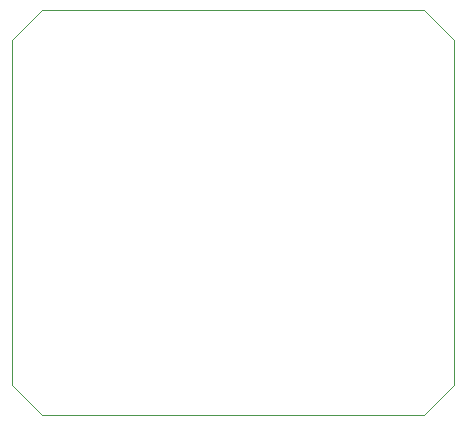
<source format=gm1>
G04 #@! TF.FileFunction,Profile,NP*
%FSLAX46Y46*%
G04 Gerber Fmt 4.6, Leading zero omitted, Abs format (unit mm)*
G04 Created by KiCad (PCBNEW 4.0.7-e2-6376~60~ubuntu17.10.1) date Thu Nov  2 21:58:26 2017*
%MOMM*%
%LPD*%
G01*
G04 APERTURE LIST*
%ADD10C,0.100000*%
G04 APERTURE END LIST*
D10*
X179070000Y-123190000D02*
X146685000Y-123190000D01*
X181610000Y-91440000D02*
X181610000Y-120650000D01*
X156845000Y-88900000D02*
X179070000Y-88900000D01*
X181610000Y-120650000D02*
X179070000Y-123190000D01*
X179070000Y-88900000D02*
X181610000Y-91440000D01*
X146685000Y-88900000D02*
X156845000Y-88900000D01*
X144145000Y-91440000D02*
X146685000Y-88900000D01*
X144145000Y-120650000D02*
X144145000Y-91440000D01*
X146685000Y-123190000D02*
X144145000Y-120650000D01*
M02*

</source>
